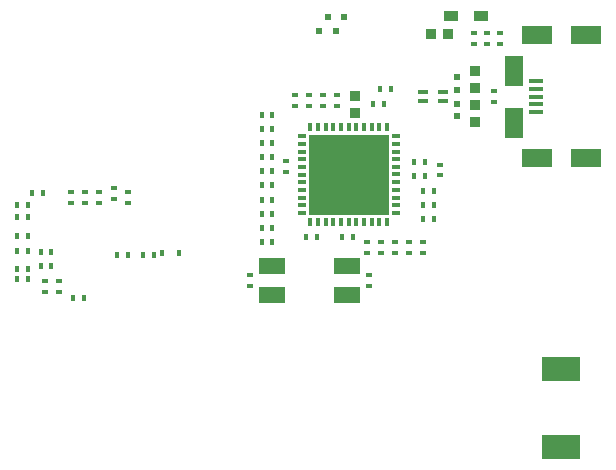
<source format=gbp>
%FSLAX25Y25*%
%MOIN*%
G70*
G01*
G75*
G04 Layer_Color=128*
%ADD10C,0.01102*%
%ADD11R,0.01969X0.01969*%
%ADD12C,0.06811*%
%ADD13R,0.02200X0.02200*%
%ADD14R,0.24016X0.12047*%
%ADD15R,0.04331X0.02559*%
%ADD16R,0.04331X0.02200*%
%ADD17R,0.02362X0.04724*%
%ADD18R,0.01882X0.01024*%
%ADD19R,0.06890X0.05709*%
%ADD20R,0.05709X0.06890*%
%ADD21R,0.20866X0.07874*%
%ADD22R,0.08858X0.08465*%
%ADD23R,0.03200X0.03800*%
%ADD24R,0.06000X0.12000*%
%ADD25R,0.18000X0.10000*%
%ADD26R,0.03800X0.03200*%
%ADD27R,0.02874X0.01181*%
%ADD28R,0.01181X0.02874*%
%ADD29R,0.01181X0.03268*%
%ADD30R,0.03268X0.01181*%
%ADD31R,0.12047X0.24016*%
%ADD32R,0.09685X0.03110*%
%ADD33R,0.13000X0.07874*%
%ADD34R,0.04803X0.02441*%
%ADD35R,0.01870X0.00984*%
%ADD36R,0.00984X0.01870*%
%ADD37R,0.04331X0.04331*%
%ADD38R,0.02559X0.04331*%
%ADD39R,0.02047X0.04331*%
%ADD40R,0.03937X0.01378*%
%ADD41R,0.01378X0.03937*%
%ADD42R,0.02402X0.04902*%
%ADD43R,0.04095X0.07087*%
%ADD44R,0.04331X0.05512*%
%ADD45R,0.02165X0.01181*%
%ADD46R,0.02953X0.01181*%
%ADD47R,0.01181X0.02165*%
%ADD48R,0.01181X0.02953*%
%ADD49R,0.20630X0.20630*%
%ADD50R,0.02079X0.01024*%
%ADD51R,0.01024X0.02079*%
%ADD52R,0.10630X0.10630*%
%ADD53R,0.04134X0.01772*%
%ADD54R,0.11575X0.14094*%
%ADD55R,0.06890X0.06890*%
%ADD56O,0.02362X0.01181*%
%ADD57R,0.10000X0.14000*%
%ADD58R,0.02441X0.04803*%
%ADD59R,0.10236X0.03937*%
%ADD60R,0.03937X0.10236*%
%ADD61R,0.12992X0.12992*%
%ADD62R,0.07874X0.09843*%
%ADD63R,0.07874X0.07874*%
%ADD64R,0.02756X0.02165*%
%ADD65R,0.10433X0.03150*%
%ADD66R,0.02165X0.02165*%
%ADD67R,0.02165X0.02756*%
%ADD68R,0.03150X0.10433*%
%ADD69R,0.02165X0.02165*%
%ADD70R,0.02756X0.01181*%
%ADD71R,0.02200X0.01575*%
%ADD72R,0.01575X0.02200*%
G04:AMPARAMS|DCode=73|XSize=22mil|YSize=15.75mil|CornerRadius=0mil|HoleSize=0mil|Usage=FLASHONLY|Rotation=83.000|XOffset=0mil|YOffset=0mil|HoleType=Round|Shape=Rectangle|*
%AMROTATEDRECTD73*
4,1,4,0.00648,-0.01188,-0.00916,-0.00996,-0.00648,0.01188,0.00916,0.00996,0.00648,-0.01188,0.0*
%
%ADD73ROTATEDRECTD73*%

G04:AMPARAMS|DCode=74|XSize=22mil|YSize=15.75mil|CornerRadius=0mil|HoleSize=0mil|Usage=FLASHONLY|Rotation=97.000|XOffset=0mil|YOffset=0mil|HoleType=Round|Shape=Rectangle|*
%AMROTATEDRECTD74*
4,1,4,0.00916,-0.00996,-0.00648,-0.01188,-0.00916,0.00996,0.00648,0.01188,0.00916,-0.00996,0.0*
%
%ADD74ROTATEDRECTD74*%

%ADD75R,0.01969X0.03543*%
%ADD76R,0.03543X0.01969*%
%ADD77R,0.01969X0.03347*%
%ADD78R,0.03347X0.01969*%
%ADD79R,0.06496X0.06496*%
%ADD80R,0.05906X0.05906*%
%ADD81R,0.05906X0.05906*%
%ADD82R,0.07874X0.31496*%
%ADD83C,0.01400*%
%ADD84C,0.01000*%
%ADD85C,0.07000*%
%ADD86C,0.02400*%
%ADD87C,0.01575*%
%ADD88C,0.01100*%
%ADD89C,0.07874*%
%ADD90C,0.02362*%
%ADD91C,0.09000*%
%ADD92C,0.02000*%
%ADD93C,0.02047*%
%ADD94C,0.01600*%
%ADD95C,0.01969*%
%ADD96C,0.01200*%
%ADD97C,0.05000*%
%ADD98C,0.03500*%
%ADD99C,0.02200*%
%ADD100C,0.00984*%
%ADD101R,0.12835X0.09900*%
%ADD102R,0.11900X0.24400*%
%ADD103R,0.10700X0.08011*%
%ADD104R,0.10800X0.14300*%
%ADD105R,0.14525X0.03200*%
%ADD106R,0.18522X0.03500*%
%ADD107R,0.00433X0.01700*%
%ADD108R,0.10800X0.20947*%
%ADD109R,0.12402X0.23701*%
%ADD110R,0.09900X0.12520*%
%ADD111R,0.13976X0.55984*%
%ADD112R,0.35039X0.34961*%
%ADD113C,0.06299*%
%ADD114R,0.06299X0.06299*%
%ADD115R,0.03937X0.03937*%
%ADD116C,0.03937*%
%ADD117R,0.03937X0.03937*%
%ADD118C,0.01400*%
%ADD119C,0.01200*%
%ADD120C,0.01800*%
%ADD121C,0.02000*%
%ADD122C,0.04000*%
%ADD123C,0.01969*%
%ADD124C,0.02598*%
%ADD125C,0.00787*%
%ADD126C,0.01000*%
%ADD127C,0.02500*%
%ADD128C,0.02362*%
%ADD129C,0.14961*%
%ADD130C,0.03000*%
%ADD131R,0.11900X0.14889*%
%ADD132C,0.06000*%
%ADD133R,0.01200X0.02200*%
%ADD134R,0.09843X0.05906*%
%ADD135R,0.05906X0.09843*%
%ADD136R,0.04921X0.01575*%
%ADD137R,0.04921X0.01575*%
%ADD138R,0.08661X0.05512*%
%ADD139R,0.26772X0.26772*%
%ADD140R,0.01378X0.03150*%
%ADD141R,0.03150X0.01378*%
%ADD142R,0.03543X0.01575*%
%ADD143R,0.01969X0.01969*%
%ADD144R,0.05118X0.03347*%
%ADD145C,0.00900*%
%ADD146C,0.02500*%
%ADD147R,0.01850X0.03340*%
%ADD148R,0.05908X0.03435*%
%ADD149R,0.09900X0.13110*%
%ADD150C,0.00394*%
%ADD151C,0.00827*%
%ADD152C,0.00800*%
%ADD153C,0.00787*%
%ADD154C,0.00315*%
%ADD155C,0.00591*%
%ADD156C,0.00787*%
%ADD157C,0.00394*%
%ADD158C,0.00400*%
%ADD159C,0.01378*%
%ADD160C,0.00600*%
%ADD161R,0.01181X0.02165*%
%ADD162R,0.01771X0.02165*%
%ADD163R,0.02165X0.01181*%
%ADD164R,0.02165X0.01771*%
%ADD165R,0.11221X0.13307*%
%ADD166R,0.11102X0.13661*%
%ADD167R,0.10827X0.12214*%
%ADD168R,0.12214X0.10827*%
%ADD169R,0.14902X0.56988*%
%ADD170R,0.35945X0.35886*%
%ADD171R,0.02769X0.02769*%
%ADD172C,0.07611*%
%ADD173R,0.04882X0.03110*%
%ADD174R,0.04882X0.02751*%
%ADD175R,0.02913X0.05276*%
%ADD176R,0.02433X0.01575*%
%ADD177R,0.07690X0.06509*%
%ADD178R,0.06509X0.07690*%
%ADD179R,0.21666X0.08674*%
%ADD180R,0.09658X0.09265*%
%ADD181R,0.03279X0.03879*%
%ADD182R,0.03268X0.01575*%
%ADD183R,0.01575X0.03268*%
%ADD184R,0.01575X0.03661*%
%ADD185R,0.03661X0.01575*%
%ADD186R,0.09764X0.03189*%
%ADD187R,0.05354X0.02992*%
%ADD188R,0.02185X0.01299*%
%ADD189R,0.01299X0.02185*%
%ADD190R,0.04646X0.04646*%
%ADD191R,0.03110X0.04882*%
%ADD192R,0.02598X0.04882*%
%ADD193R,0.04331X0.01772*%
%ADD194R,0.01772X0.04331*%
%ADD195R,0.03202X0.05702*%
%ADD196R,0.04895X0.07887*%
%ADD197R,0.05131X0.06312*%
%ADD198R,0.02559X0.01575*%
%ADD199R,0.03347X0.01575*%
%ADD200R,0.01575X0.02559*%
%ADD201R,0.01575X0.03347*%
%ADD202R,0.21181X0.21181*%
%ADD203R,0.02630X0.01575*%
%ADD204R,0.01575X0.02630*%
%ADD205R,0.11181X0.11181*%
%ADD206R,0.04685X0.02323*%
%ADD207R,0.11811X0.14331*%
%ADD208R,0.07284X0.07284*%
%ADD209O,0.02756X0.01575*%
%ADD210R,0.11430X0.11430*%
%ADD211R,0.02992X0.05354*%
%ADD212R,0.11036X0.04737*%
%ADD213R,0.04737X0.11036*%
%ADD214R,0.13792X0.13792*%
%ADD215R,0.08674X0.10642*%
%ADD216R,0.08674X0.08674*%
%ADD217R,0.03156X0.02565*%
%ADD218R,0.10835X0.03551*%
%ADD219R,0.02565X0.02565*%
%ADD220R,0.02565X0.03156*%
%ADD221R,0.03551X0.10835*%
%ADD222R,0.02565X0.02565*%
%ADD223R,0.03556X0.01981*%
%ADD224R,0.07296X0.07296*%
%ADD225R,0.06706X0.06706*%
%ADD226R,0.06706X0.06706*%
%ADD227R,0.08674X0.32296*%
%ADD228C,0.04737*%
%ADD229R,0.04737X0.04737*%
%ADD230R,0.04737X0.04737*%
%ADD231C,0.03398*%
%ADD232C,0.04800*%
%ADD233C,0.15761*%
%ADD234R,0.17600X0.17600*%
%ADD235R,0.10642X0.06706*%
%ADD236R,0.06706X0.10642*%
%ADD237R,0.05721X0.02375*%
%ADD238R,0.05721X0.02375*%
%ADD239R,0.27165X0.27165*%
%ADD240R,0.01772X0.03543*%
%ADD241R,0.03543X0.01772*%
%ADD242R,0.05918X0.04147*%
%ADD243R,0.03879X0.03279*%
D13*
X343816Y150873D02*
D03*
Y146673D02*
D03*
Y155473D02*
D03*
Y159673D02*
D03*
D23*
X335271Y173898D02*
D03*
X340871D02*
D03*
D26*
X349916Y144873D02*
D03*
Y150473D02*
D03*
Y161573D02*
D03*
Y155973D02*
D03*
X309716Y147673D02*
D03*
Y153273D02*
D03*
D33*
X378408Y62369D02*
D03*
Y36385D02*
D03*
D71*
X234006Y121372D02*
D03*
Y117794D02*
D03*
X229306Y122772D02*
D03*
Y119194D02*
D03*
X224606Y121372D02*
D03*
Y117794D02*
D03*
X219906Y121372D02*
D03*
Y117794D02*
D03*
X215206Y121372D02*
D03*
Y117794D02*
D03*
X211166Y88114D02*
D03*
Y91692D02*
D03*
X206566Y88114D02*
D03*
Y91692D02*
D03*
X356116Y154965D02*
D03*
Y151387D02*
D03*
X358116Y170652D02*
D03*
Y174230D02*
D03*
X353822Y170652D02*
D03*
Y174230D02*
D03*
X349528D02*
D03*
Y170652D02*
D03*
X338016Y126884D02*
D03*
Y130462D02*
D03*
X286816Y131562D02*
D03*
Y127984D02*
D03*
X314316Y93662D02*
D03*
Y90084D02*
D03*
X274916D02*
D03*
Y93662D02*
D03*
X332422Y100974D02*
D03*
Y104550D02*
D03*
X327722Y100974D02*
D03*
Y104550D02*
D03*
X323022Y100974D02*
D03*
Y104550D02*
D03*
X318322Y100974D02*
D03*
Y104550D02*
D03*
X313622Y100974D02*
D03*
Y104550D02*
D03*
X299222Y153648D02*
D03*
Y150072D02*
D03*
X303922Y153648D02*
D03*
Y150072D02*
D03*
X294522Y153648D02*
D03*
Y150072D02*
D03*
X289822Y150074D02*
D03*
Y153650D02*
D03*
D72*
X234141Y100273D02*
D03*
X230563D02*
D03*
X202177Y121203D02*
D03*
X205755D02*
D03*
X197177Y106703D02*
D03*
X200755D02*
D03*
X204977Y101303D02*
D03*
X208555D02*
D03*
X239133Y100261D02*
D03*
X242711D02*
D03*
X200705Y92373D02*
D03*
X197127D02*
D03*
X200699Y117060D02*
D03*
X197121D02*
D03*
X200749Y113000D02*
D03*
X197171D02*
D03*
X197231Y95590D02*
D03*
X200809D02*
D03*
X197177Y101803D02*
D03*
X200755D02*
D03*
X204977Y96603D02*
D03*
X208555D02*
D03*
X305527Y106473D02*
D03*
X309105D02*
D03*
X333111Y131361D02*
D03*
X329533D02*
D03*
X321703Y155573D02*
D03*
X318127D02*
D03*
X319303Y150873D02*
D03*
X315727D02*
D03*
X278629Y128273D02*
D03*
X282205D02*
D03*
X278629Y137773D02*
D03*
X282205D02*
D03*
X278629Y142473D02*
D03*
X282205D02*
D03*
X278629Y147173D02*
D03*
X282205D02*
D03*
X333103Y126573D02*
D03*
X329527D02*
D03*
X332429Y121873D02*
D03*
X336005D02*
D03*
X278629Y123573D02*
D03*
X282205D02*
D03*
X282203Y132973D02*
D03*
X278627D02*
D03*
X278629Y118873D02*
D03*
X282205D02*
D03*
X332429Y112473D02*
D03*
X336005D02*
D03*
X297103Y106473D02*
D03*
X293527D02*
D03*
X282203Y104873D02*
D03*
X278627D02*
D03*
X282203Y109473D02*
D03*
X278627D02*
D03*
X282203Y114173D02*
D03*
X278627D02*
D03*
X332429Y117173D02*
D03*
X336005D02*
D03*
X215763Y85900D02*
D03*
X219339D02*
D03*
D133*
X251181Y101102D02*
D03*
X245522D02*
D03*
D134*
X386903Y132704D02*
D03*
X370565D02*
D03*
Y173649D02*
D03*
X386903D02*
D03*
D135*
X362888Y144515D02*
D03*
Y161838D02*
D03*
D136*
X369974Y148058D02*
D03*
D137*
Y150617D02*
D03*
Y153176D02*
D03*
Y155735D02*
D03*
Y158294D02*
D03*
D138*
X307017Y96794D02*
D03*
X282214Y86952D02*
D03*
X307017D02*
D03*
X282214Y96794D02*
D03*
D139*
X307703Y127173D02*
D03*
D140*
X294907Y142921D02*
D03*
X297466D02*
D03*
X300026D02*
D03*
X302585D02*
D03*
X305144D02*
D03*
X307703D02*
D03*
X310262D02*
D03*
X312821D02*
D03*
X315380D02*
D03*
X317939D02*
D03*
X320498D02*
D03*
Y111425D02*
D03*
X317939D02*
D03*
X315380D02*
D03*
X312821D02*
D03*
X310262D02*
D03*
X307703D02*
D03*
X305144D02*
D03*
X302585D02*
D03*
X300026D02*
D03*
X297466D02*
D03*
X294907D02*
D03*
D141*
X323451Y139969D02*
D03*
Y137409D02*
D03*
Y134850D02*
D03*
Y132291D02*
D03*
Y129732D02*
D03*
Y127426D02*
D03*
Y124614D02*
D03*
Y122055D02*
D03*
Y119496D02*
D03*
Y116937D02*
D03*
Y114378D02*
D03*
X291955D02*
D03*
Y116937D02*
D03*
Y119496D02*
D03*
Y122055D02*
D03*
Y124614D02*
D03*
Y127183D02*
D03*
Y129732D02*
D03*
Y132291D02*
D03*
Y134850D02*
D03*
Y137409D02*
D03*
Y139969D02*
D03*
D142*
X332369Y154751D02*
D03*
X339062Y154751D02*
D03*
X332369Y151602D02*
D03*
X339062D02*
D03*
D143*
X297766Y175061D02*
D03*
X303278D02*
D03*
X300666Y179761D02*
D03*
X306178D02*
D03*
D144*
X351929Y180157D02*
D03*
X341693D02*
D03*
M02*

</source>
